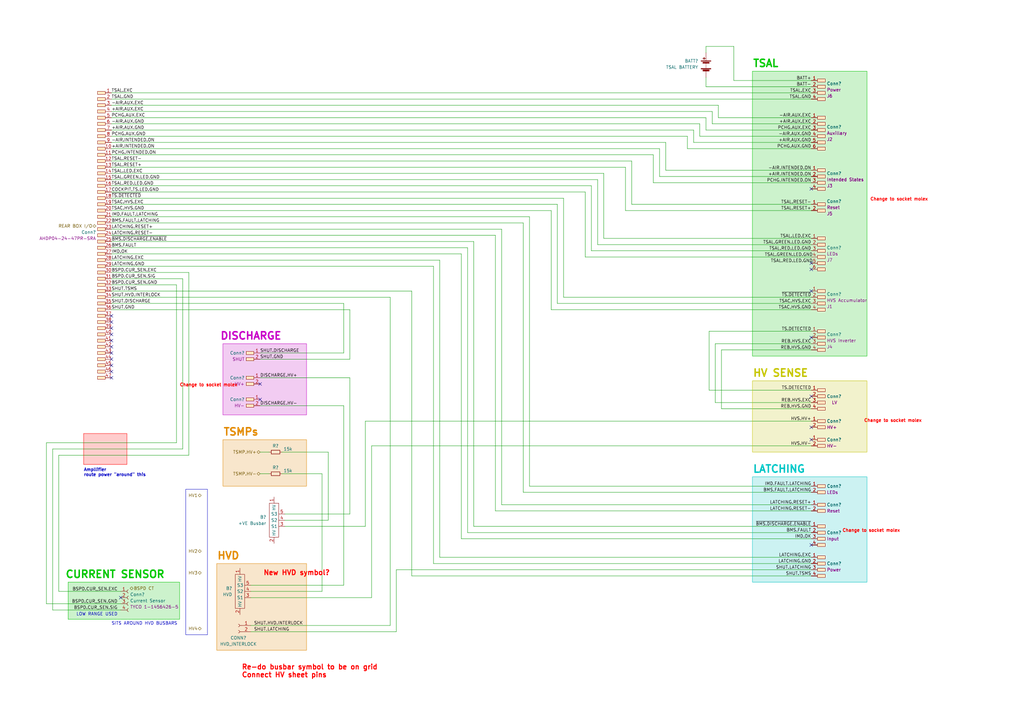
<source format=kicad_sch>
(kicad_sch (version 20230121) (generator eeschema)
  (paper "A3")
  (title_block (title "LOOM - REAR BOX"))
  (lib_symbols
    (symbol "Connector:Conn_01x02_Socket" (pin_names (offset 1.016) hide)
      (property "Reference" "J" (at 0 2.54 0))
      (property "Value" "Conn_01x02_Socket" (at 0 -5.08 0))
      (symbol "Conn_01x02_Socket_1_1"
        (arc (start 0 -2.032) (mid -0.5058 -2.54) (end 0 -3.048) (stroke (width 0.1524)))
        (polyline (pts (xy -1.27 -2.54) (xy -0.508 -2.54)) (stroke (width 0.1524)))
        (polyline (pts (xy -1.27 0) (xy -0.508 0)) (stroke (width 0.1524)))
        (arc (start 0 0.508) (mid -0.5058 0) (end 0 -0.508) (stroke (width 0.1524)))
        (pin passive line (at -5.08 0 0) (length 3.81) (name "Pin_1") (number "1"))
        (pin passive line (at -5.08 -2.54 0) (length 3.81) (name "Pin_2") (number "2"))
      )
    )
    (symbol "Connectors_SUFST:AMPHENOL-47P-Pannel"
      (property "Reference" "Conn" (at 0 -1.905 0))
      (property "P/N" "AHDP04-24-47PR-SRA" (at 0 0 0))
      (symbol "AMPHENOL-47P-Pannel_0_1"
        (polyline (pts (xy -0.635 -121.285) (xy 1.905 -121.285)))
        (polyline (pts (xy -0.635 -116.205) (xy 1.905 -116.205)))
        (polyline (pts (xy -0.635 -111.125) (xy 1.905 -111.125)))
        (polyline (pts (xy -0.635 -106.045) (xy 1.905 -106.045)))
        (polyline (pts (xy -0.635 -100.965) (xy 1.905 -100.965)))
        (polyline (pts (xy -0.635 -95.885) (xy 1.905 -95.885)))
        (polyline (pts (xy -0.635 -90.805) (xy 1.905 -90.805)))
        (polyline (pts (xy -0.635 -85.725) (xy 1.905 -85.725)))
        (polyline (pts (xy -0.635 -80.645) (xy 1.905 -80.645)))
        (polyline (pts (xy -0.635 -75.565) (xy 1.905 -75.565)))
        (polyline (pts (xy -0.635 -70.485) (xy 1.905 -70.485)))
        (polyline (pts (xy -0.635 -65.405) (xy 1.905 -65.405)))
        (polyline (pts (xy -0.635 -60.325) (xy 1.905 -60.325)))
        (polyline (pts (xy -0.635 -55.245) (xy 1.905 -55.245)))
        (polyline (pts (xy -0.635 -50.165) (xy 1.905 -50.165)))
        (polyline (pts (xy -0.635 -45.085) (xy 1.905 -45.085)))
        (polyline (pts (xy -0.635 -40.005) (xy 1.905 -40.005)))
        (polyline (pts (xy -0.635 -34.925) (xy 1.905 -34.925)))
        (polyline (pts (xy -0.635 -29.845) (xy 1.905 -29.845)))
        (polyline (pts (xy -0.635 -24.765) (xy 1.905 -24.765)))
        (polyline (pts (xy -0.635 -19.685) (xy 1.905 -19.685)))
        (polyline (pts (xy -0.635 -14.605) (xy 1.905 -14.605)))
        (polyline (pts (xy -0.635 -9.525) (xy 1.905 -9.525)))
        (polyline (pts (xy -0.635 -4.445) (xy 1.905 -4.445)))
      )
      (symbol "AMPHENOL-47P-Pannel_1_1"
        (rectangle (start -3.81 -120.65) (end -0.635 -121.92) (fill (type color) (color 255 229 191 1)))
        (rectangle (start -3.81 -118.11) (end -0.635 -119.38) (fill (type color) (color 255 229 191 1)))
        (rectangle (start -3.81 -115.57) (end -0.635 -116.84) (fill (type color) (color 255 229 191 1)))
        (rectangle (start -3.81 -113.03) (end -0.635 -114.3) (fill (type color) (color 255 229 191 1)))
        (rectangle (start -3.81 -110.49) (end -0.635 -111.76) (fill (type color) (color 255 229 191 1)))
        (rectangle (start -3.81 -107.95) (end -0.635 -109.22) (fill (type color) (color 255 229 191 1)))
        (rectangle (start -3.81 -105.41) (end -0.635 -106.68) (fill (type color) (color 255 229 191 1)))
        (rectangle (start -3.81 -102.87) (end -0.635 -104.14) (fill (type color) (color 255 229 191 1)))
        (rectangle (start -3.81 -100.33) (end -0.635 -101.6) (fill (type color) (color 255 229 191 1)))
        (rectangle (start -3.81 -97.79) (end -0.635 -99.06) (fill (type color) (color 255 229 191 1)))
        (rectangle (start -3.81 -95.25) (end -0.635 -96.52) (fill (type color) (color 255 229 191 1)))
        (rectangle (start -3.81 -92.71) (end -0.635 -93.98) (fill (type color) (color 255 229 191 1)))
        (rectangle (start -3.81 -90.17) (end -0.635 -91.44) (fill (type color) (color 255 229 191 1)))
        (rectangle (start -3.81 -87.63) (end -0.635 -88.9) (fill (type color) (color 255 229 191 1)))
        (rectangle (start -3.81 -85.09) (end -0.635 -86.36) (fill (type color) (color 255 229 191 1)))
        (rectangle (start -3.81 -82.55) (end -0.635 -83.82) (fill (type color) (color 255 229 191 1)))
        (rectangle (start -3.81 -80.01) (end -0.635 -81.28) (fill (type color) (color 255 229 191 1)))
        (rectangle (start -3.81 -77.47) (end -0.635 -78.74) (fill (type color) (color 255 229 191 1)))
        (rectangle (start -3.81 -74.93) (end -0.635 -76.2) (fill (type color) (color 255 229 191 1)))
        (rectangle (start -3.81 -72.39) (end -0.635 -73.66) (fill (type color) (color 255 229 191 1)))
        (rectangle (start -3.81 -69.85) (end -0.635 -71.12) (fill (type color) (color 255 229 191 1)))
        (rectangle (start -3.81 -67.31) (end -0.635 -68.58) (fill (type color) (color 255 229 191 1)))
        (rectangle (start -3.81 -64.77) (end -0.635 -66.04) (fill (type color) (color 255 229 191 1)))
        (rectangle (start -3.81 -62.23) (end -0.635 -63.5) (fill (type color) (color 255 229 191 1)))
        (rectangle (start -3.81 -59.69) (end -0.635 -60.96) (fill (type color) (color 255 229 191 1)))
        (rectangle (start -3.81 -57.15) (end -0.635 -58.42) (fill (type color) (color 255 229 191 1)))
        (rectangle (start -3.81 -54.61) (end -0.635 -55.88) (fill (type color) (color 255 229 191 1)))
        (rectangle (start -3.81 -52.07) (end -0.635 -53.34) (fill (type color) (color 255 229 191 1)))
        (rectangle (start -3.81 -49.53) (end -0.635 -50.8) (fill (type color) (color 255 229 191 1)))
        (rectangle (start -3.81 -46.99) (end -0.635 -48.26) (fill (type color) (color 255 229 191 1)))
        (rectangle (start -3.81 -44.45) (end -0.635 -45.72) (fill (type color) (color 255 229 191 1)))
        (rectangle (start -3.81 -41.91) (end -0.635 -43.18) (fill (type color) (color 255 229 191 1)))
        (rectangle (start -3.81 -39.37) (end -0.635 -40.64) (fill (type color) (color 255 229 191 1)))
        (rectangle (start -3.81 -36.83) (end -0.635 -38.1) (fill (type color) (color 255 229 191 1)))
        (rectangle (start -3.81 -34.29) (end -0.635 -35.56) (fill (type color) (color 255 229 191 1)))
        (rectangle (start -3.81 -31.75) (end -0.635 -33.02) (fill (type color) (color 255 229 191 1)))
        (rectangle (start -3.81 -29.21) (end -0.635 -30.48) (fill (type color) (color 255 229 191 1)))
        (rectangle (start -3.81 -26.67) (end -0.635 -27.94) (fill (type color) (color 255 229 191 1)))
        (rectangle (start -3.81 -24.13) (end -0.635 -25.4) (fill (type color) (color 255 229 191 1)))
        (rectangle (start -3.81 -21.59) (end -0.635 -22.86) (fill (type color) (color 255 229 191 1)))
        (rectangle (start -3.81 -19.05) (end -0.635 -20.32) (fill (type color) (color 255 229 191 1)))
        (rectangle (start -3.81 -16.51) (end -0.635 -17.78) (fill (type color) (color 255 229 191 1)))
        (rectangle (start -3.81 -13.97) (end -0.635 -15.24) (fill (type color) (color 255 229 191 1)))
        (rectangle (start -3.81 -11.43) (end -0.635 -12.7) (fill (type color) (color 255 229 191 1)))
        (rectangle (start -3.81 -8.89) (end -0.635 -10.16) (fill (type color) (color 255 229 191 1)))
        (rectangle (start -3.81 -6.35) (end -0.635 -7.62) (fill (type color) (color 255 229 191 1)))
        (rectangle (start -3.81 -3.81) (end -0.635 -5.08) (fill (type color) (color 255 229 191 1)))
        (pin input line (at 1.905 -4.445 180) (length 2.54) (name "") (number "1"))
        (pin input line (at 1.905 -27.305 180) (length 2.54) (name "") (number "10"))
        (pin input line (at 1.905 -29.845 180) (length 2.54) (name "") (number "11"))
        (pin input line (at 1.905 -32.385 180) (length 2.54) (name "") (number "12"))
        (pin input line (at 1.905 -34.925 180) (length 2.54) (name "") (number "13"))
        (pin input line (at 1.905 -37.465 180) (length 2.54) (name "") (number "14"))
        (pin input line (at 1.905 -40.005 180) (length 2.54) (name "") (number "15"))
        (pin input line (at 1.905 -42.545 180) (length 2.54) (name "") (number "16"))
        (pin input line (at 1.905 -45.085 180) (length 2.54) (name "") (number "17"))
        (pin input line (at 1.905 -47.625 180) (length 2.54) (name "") (number "18"))
        (pin input line (at 1.905 -50.165 180) (length 2.54) (name "") (number "19"))
        (pin input line (at 1.905 -6.985 180) (length 2.54) (name "") (number "2"))
        (pin input line (at 1.905 -52.705 180) (length 2.54) (name "") (number "20"))
        (pin input line (at 1.905 -55.245 180) (length 2.54) (name "") (number "21"))
        (pin input line (at 1.905 -57.785 180) (length 2.54) (name "") (number "22"))
        (pin input line (at 1.905 -60.325 180) (length 2.54) (name "") (number "23"))
        (pin input line (at 1.905 -62.865 180) (length 2.54) (name "") (number "24"))
        (pin input line (at 1.905 -65.405 180) (length 2.54) (name "") (number "25"))
        (pin input line (at 1.905 -67.945 180) (length 2.54) (name "") (number "26"))
        (pin input line (at 1.905 -70.485 180) (length 2.54) (name "") (number "27"))
        (pin input line (at 1.905 -73.025 180) (length 2.54) (name "") (number "28"))
        (pin input line (at 1.905 -75.565 180) (length 2.54) (name "") (number "29"))
        (pin input line (at 1.905 -9.525 180) (length 2.54) (name "") (number "3"))
        (pin input line (at 1.905 -78.105 180) (length 2.54) (name "") (number "30"))
        (pin input line (at 1.905 -80.645 180) (length 2.54) (name "") (number "31"))
        (pin input line (at 1.905 -83.185 180) (length 2.54) (name "") (number "32"))
        (pin input line (at 1.905 -85.725 180) (length 2.54) (name "") (number "33"))
        (pin input line (at 1.905 -88.265 180) (length 2.54) (name "") (number "34"))
        (pin input line (at 1.905 -90.805 180) (length 2.54) (name "") (number "35"))
        (pin input line (at 1.905 -93.345 180) (length 2.54) (name "") (number "36"))
        (pin input line (at 1.905 -95.885 180) (length 2.54) (name "") (number "37"))
        (pin input line (at 1.905 -98.425 180) (length 2.54) (name "") (number "38"))
        (pin input line (at 1.905 -100.965 180) (length 2.54) (name "") (number "39"))
        (pin input line (at 1.905 -12.065 180) (length 2.54) (name "") (number "4"))
        (pin input line (at 1.905 -103.505 180) (length 2.54) (name "") (number "40"))
        (pin input line (at 1.905 -106.045 180) (length 2.54) (name "") (number "41"))
        (pin input line (at 1.905 -108.585 180) (length 2.54) (name "") (number "42"))
        (pin input line (at 1.905 -111.125 180) (length 2.54) (name "") (number "43"))
        (pin input line (at 1.905 -113.665 180) (length 2.54) (name "") (number "44"))
        (pin input line (at 1.905 -116.205 180) (length 2.54) (name "") (number "45"))
        (pin input line (at 1.905 -118.745 180) (length 2.54) (name "") (number "46"))
        (pin input line (at 1.905 -121.285 180) (length 2.54) (name "") (number "47"))
        (pin input line (at 1.905 -14.605 180) (length 2.54) (name "") (number "5"))
        (pin input line (at 1.905 -17.145 180) (length 2.54) (name "") (number "6"))
        (pin input line (at 1.905 -19.685 180) (length 2.54) (name "") (number "7"))
        (pin input line (at 1.905 -22.225 180) (length 2.54) (name "") (number "8"))
        (pin input line (at 1.905 -24.765 180) (length 2.54) (name "") (number "9"))
      )
    )
    (symbol "Connectors_SUFST:Bus_Bar"
      (property "Reference" "B" (at 0 1.27 0))
      (symbol "Bus_Bar_0_1"
        (rectangle (start -6.985 -2.54) (end 6.985 -6.35))
      )
      (symbol "Bus_Bar_1_1"
        (pin input line (at 9.525 -4.445 180) (length 2.54) (name "HV") (number "1"))
        (pin input line (at -9.525 -4.445 0) (length 2.54) (name "HV") (number "2"))
        (pin input line (at -2.54 -8.89 90) (length 2.54) (name "S1") (number "3"))
        (pin input line (at 0 -8.89 90) (length 2.54) (name "S2") (number "4"))
        (pin input line (at 2.54 -8.89 90) (length 2.54) (name "S3") (number "5"))
      )
    )
    (symbol "Connectors_SUFST:Current Sensor Connector"
      (property "Reference" "Conn" (at -0.635 1.27 0))
      (property "P/N" "TYCO 1-1456426-5" (at 0 5.08 0))
      (symbol "Current Sensor Connector_0_1"
        (arc (start -2.5368 -7.6207) (mid -1.9833 -6.9863) (end -2.5355 -6.3507))
        (arc (start -2.5368 -2.5407) (mid -1.9833 -1.9063) (end -2.5355 -1.2707))
        (arc (start -2.4524 -10.1601) (mid -1.8989 -9.5257) (end -2.4511 -8.8901))
        (arc (start -2.4524 -5.0801) (mid -1.8989 -4.4457) (end -2.4511 -3.8101))
      )
      (symbol "Current Sensor Connector_1_1"
        (pin input line (at 0.635 -9.525 180) (length 2.54) (name "") (number "1"))
        (pin input line (at 0.635 -6.985 180) (length 2.54) (name "") (number "2"))
        (pin input line (at 0.635 -4.445 180) (length 2.54) (name "") (number "3"))
        (pin input line (at 0.635 -1.905 180) (length 2.54) (name "") (number "4"))
      )
    )
    (symbol "Connectors_SUFST:Molex_2x1P_Horizontal_THT"
      (property "Reference" "Conn" (at 0 -1.905 0))
      (symbol "Molex_2x1P_Horizontal_THT_0_1"
        (polyline (pts (xy -0.635 -4.445) (xy 1.905 -4.445)))
      )
      (symbol "Molex_2x1P_Horizontal_THT_1_1"
        (rectangle (start -3.81 -6.35) (end -0.635 -7.62) (fill (type color) (color 255 229 191 1)))
        (rectangle (start -3.81 -3.81) (end -0.635 -5.08) (fill (type color) (color 255 229 191 1)))
        (pin input line (at 1.905 -6.985 180) (length 2.54) (name "") (number "1"))
        (pin input line (at 1.905 -4.445 180) (length 2.54) (name "") (number "2"))
      )
    )
    (symbol "Connectors_SUFST:Molex_2x2P_Horizontal"
      (property "Reference" "Conn" (at 0 -1.905 0))
      (symbol "Molex_2x2P_Horizontal_0_1"
        (polyline (pts (xy -0.635 -9.525) (xy 1.905 -9.525)))
        (polyline (pts (xy -0.635 -4.445) (xy 1.905 -4.445)))
      )
      (symbol "Molex_2x2P_Horizontal_1_1"
        (rectangle (start -3.81 -11.43) (end -0.635 -12.7) (fill (type color) (color 255 229 191 1)))
        (rectangle (start -3.81 -8.89) (end -0.635 -10.16) (fill (type color) (color 255 229 191 1)))
        (rectangle (start -3.81 -6.35) (end -0.635 -7.62) (fill (type color) (color 255 229 191 1)))
        (rectangle (start -3.81 -3.81) (end -0.635 -5.08) (fill (type color) (color 255 229 191 1)))
        (pin input line (at 1.905 -12.065 180) (length 2.54) (name "") (number "1"))
        (pin input line (at 1.905 -9.525 180) (length 2.54) (name "") (number "2"))
        (pin input line (at 1.905 -6.985 180) (length 2.54) (name "") (number "3"))
        (pin input line (at 1.905 -4.445 180) (length 2.54) (name "") (number "4"))
      )
    )
    (symbol "Connectors_SUFST:Molex_6x1P_Horizontal_THT"
      (property "Reference" "Conn" (at 0 -1.905 0))
      (symbol "Molex_6x1P_Horizontal_THT_0_1"
        (polyline (pts (xy -0.635 -14.605) (xy 1.905 -14.605)))
        (polyline (pts (xy -0.635 -9.525) (xy 1.905 -9.525)))
        (polyline (pts (xy -0.635 -4.445) (xy 1.905 -4.445)))
      )
      (symbol "Molex_6x1P_Horizontal_THT_1_1"
        (rectangle (start -3.81 -16.51) (end -0.635 -17.78) (fill (type color) (color 255 229 191 1)))
        (rectangle (start -3.81 -13.97) (end -0.635 -15.24) (fill (type color) (color 255 229 191 1)))
        (rectangle (start -3.81 -11.43) (end -0.635 -12.7) (fill (type color) (color 255 229 191 1)))
        (rectangle (start -3.81 -8.89) (end -0.635 -10.16) (fill (type color) (color 255 229 191 1)))
        (rectangle (start -3.81 -6.35) (end -0.635 -7.62) (fill (type color) (color 255 229 191 1)))
        (rectangle (start -3.81 -3.81) (end -0.635 -5.08) (fill (type color) (color 255 229 191 1)))
        (pin input line (at 1.905 -4.445 180) (length 2.54) (name "") (number "1"))
        (pin input line (at 1.905 -6.985 180) (length 2.54) (name "") (number "2"))
        (pin input line (at 1.905 -9.525 180) (length 2.54) (name "") (number "3"))
        (pin input line (at 1.905 -12.065 180) (length 2.54) (name "") (number "4"))
        (pin input line (at 1.905 -14.605 180) (length 2.54) (name "") (number "5"))
        (pin input line (at 1.905 -17.145 180) (length 2.54) (name "") (number "6"))
      )
    )
    (symbol "Device:Battery" (pin_numbers hide) (pin_names (offset 0) hide)
      (property "Reference" "BT" (at 2.54 2.54 0))
      (property "Value" "Battery" (at 2.54 0 0))
      (symbol "Battery_0_1"
        (rectangle (start -2.032 -1.397) (end 2.032 -1.651) (fill (type outline)))
        (rectangle (start -2.032 1.778) (end 2.032 1.524) (fill (type outline)))
        (rectangle (start -1.3208 -1.9812) (end 1.27 -2.4892) (fill (type outline)))
        (rectangle (start -1.3208 1.1938) (end 1.27 0.6858) (fill (type outline)))
        (polyline (pts (xy 0 -1.524) (xy 0 -1.27)))
        (polyline (pts (xy 0 -1.016) (xy 0 -0.762)))
        (polyline (pts (xy 0 -0.508) (xy 0 -0.254)))
        (polyline (pts (xy 0 0) (xy 0 0.254)))
        (polyline (pts (xy 0 0.508) (xy 0 0.762)))
        (polyline (pts (xy 0 1.778) (xy 0 2.54)))
        (polyline (pts (xy 0.254 2.667) (xy 1.27 2.667)) (stroke (width 0.254)))
        (polyline (pts (xy 0.762 3.175) (xy 0.762 2.159)) (stroke (width 0.254)))
      )
      (symbol "Battery_1_1"
        (pin passive line (at 0 5.08 270) (length 2.54) (name "+") (number "1"))
        (pin passive line (at 0 -5.08 90) (length 2.54) (name "-") (number "2"))
      )
    )
    (symbol "Device:R_Small" (pin_numbers hide) (pin_names (offset 0.254) hide)
      (property "Reference" "R" (at 0.762 0.508 0))
      (property "Value" "R_Small" (at 0.762 -1.016 0))
      (symbol "R_Small_0_1"
        (rectangle (start -0.762 1.778) (end 0.762 -1.778) (stroke (width 0.2032)))
      )
      (symbol "R_Small_1_1"
        (pin passive line (at 0 2.54 270) (length 0.762) (name "~") (number "1"))
        (pin passive line (at 0 -2.54 90) (length 0.762) (name "~") (number "2"))
      )
    )
    (symbol "Molex_2x2P_Horizontal_1"
      (property "Reference" "Conn" (at 0 -1.905 0))
      (symbol "Molex_2x2P_Horizontal_1_0_1"
        (polyline (pts (xy -0.635 -9.525) (xy 1.905 -9.525)))
        (polyline (pts (xy -0.635 -4.445) (xy 1.905 -4.445)))
      )
      (symbol "Molex_2x2P_Horizontal_1_1_1"
        (rectangle (start -3.81 -11.43) (end -0.635 -12.7) (fill (type color) (color 255 229 191 1)))
        (rectangle (start -3.81 -8.89) (end -0.635 -10.16) (fill (type color) (color 255 229 191 1)))
        (rectangle (start -3.81 -6.35) (end -0.635 -7.62) (fill (type color) (color 255 229 191 1)))
        (rectangle (start -3.81 -3.81) (end -0.635 -5.08) (fill (type color) (color 255 229 191 1)))
        (pin input line (at 1.905 -12.065 180) (length 2.54) (name "") (number "1"))
        (pin input line (at 1.905 -9.525 180) (length 2.54) (name "") (number "2"))
        (pin input line (at 1.905 -6.985 180) (length 2.54) (name "") (number "3"))
        (pin input line (at 1.905 -4.445 180) (length 2.54) (name "") (number "4"))
      )
    )
  )
  (no_connect (at 45.72 134.62))
  (no_connect (at 45.72 142.24))
  (no_connect (at 332.74 175.26))
  (no_connect (at 45.72 144.78))
  (no_connect (at 332.74 77.47))
  (no_connect (at 332.74 107.95))
  (no_connect (at 332.74 162.56))
  (no_connect (at 332.74 110.49))
  (no_connect (at 332.74 119.38))
  (no_connect (at 106.68 163.83))
  (no_connect (at 49.53 245.11))
  (no_connect (at 45.72 147.32))
  (no_connect (at 45.72 129.54))
  (no_connect (at 332.74 223.52))
  (no_connect (at 45.72 137.16))
  (no_connect (at 106.68 157.48))
  (no_connect (at 332.74 138.43))
  (no_connect (at 45.72 149.86))
  (no_connect (at 45.72 132.08))
  (no_connect (at 45.72 154.94))
  (no_connect (at 332.74 180.34))
  (no_connect (at 45.72 152.4))
  (no_connect (at 45.72 139.7))
  (wire (pts (xy 281.94 60.96) (xy 332.74 60.96)))
  (wire (pts (xy 194.31 99.06) (xy 194.31 215.9)))
  (wire (pts (xy 245.11 100.33) (xy 332.74 100.33)))
  (wire (pts (xy 284.48 53.34) (xy 284.48 58.42)))
  (wire (pts (xy 228.6 124.46) (xy 332.74 124.46)))
  (wire (pts (xy 45.72 58.42) (xy 273.05 58.42)))
  (wire (pts (xy 45.72 106.68) (xy 180.34 106.68)))
  (wire (pts (xy 45.72 55.88) (xy 281.94 55.88)))
  (wire (pts (xy 45.72 48.26) (xy 289.56 48.26)))
  (wire (pts (xy 24.13 186.69) (xy 77.47 186.69)))
  (wire (pts (xy 245.11 73.66) (xy 245.11 100.33)))
  (wire (pts (xy 106.68 154.94) (xy 143.51 154.94)))
  (wire (pts (xy 77.47 111.76) (xy 45.72 111.76)))
  (wire (pts (xy 293.37 165.1) (xy 293.37 140.97)))
  (wire (pts (xy 45.72 78.74) (xy 240.03 78.74)))
  (wire (pts (xy 140.97 144.78) (xy 140.97 124.46)))
  (wire (pts (xy 134.62 185.42) (xy 134.62 213.36)))
  (wire (pts (xy 45.72 124.46) (xy 140.97 124.46)))
  (wire (pts (xy 72.39 181.61) (xy 72.39 116.84)))
  (wire (pts (xy 203.2 96.52) (xy 203.2 209.55)))
  (wire (pts (xy 45.72 50.8) (xy 287.02 50.8)))
  (wire (pts (xy 292.1 45.72) (xy 292.1 50.8)))
  (wire (pts (xy 49.53 247.65) (xy 19.05 247.65)))
  (wire (pts (xy 102.87 256.54) (xy 160.02 256.54)))
  (wire (pts (xy 45.72 38.1) (xy 332.74 38.1)))
  (wire (pts (xy 106.68 147.32) (xy 143.51 147.32)))
  (wire (pts (xy 45.72 96.52) (xy 203.2 96.52)))
  (wire (pts (xy 45.72 45.72) (xy 292.1 45.72)))
  (wire (pts (xy 267.97 74.93) (xy 332.74 74.93)))
  (wire (pts (xy 189.23 104.14) (xy 189.23 220.98)))
  (wire (pts (xy 19.05 181.61) (xy 72.39 181.61)))
  (wire (pts (xy 259.08 66.04) (xy 259.08 83.82)))
  (wire (pts (xy 143.51 127) (xy 143.51 147.32)))
  (wire (pts (xy 21.59 250.19) (xy 49.53 250.19)))
  (wire (pts (xy 45.72 93.98) (xy 205.74 93.98)))
  (wire (pts (xy 134.62 213.36) (xy 116.84 213.36)))
  (wire (pts (xy 247.65 71.12) (xy 247.65 97.79)))
  (wire (pts (xy 152.4 182.88) (xy 152.4 245.11)))
  (wire (pts (xy 228.6 83.82) (xy 228.6 124.46)))
  (wire (pts (xy 293.37 140.97) (xy 332.74 140.97)))
  (wire (pts (xy 72.39 116.84) (xy 45.72 116.84)))
  (wire (pts (xy 77.47 186.69) (xy 77.47 111.76)))
  (wire (pts (xy 332.74 167.64) (xy 295.91 167.64)))
  (wire (pts (xy 214.63 201.93) (xy 332.74 201.93)))
  (wire (pts (xy 287.02 50.8) (xy 287.02 55.88)))
  (wire (pts (xy 242.57 102.87) (xy 332.74 102.87)))
  (wire (pts (xy 168.91 119.38) (xy 168.91 236.22)))
  (wire (pts (xy 74.93 114.3) (xy 74.93 184.15)))
  (wire (pts (xy 45.72 86.36) (xy 226.06 86.36)))
  (wire (pts (xy 290.83 160.02) (xy 290.83 135.89)))
  (wire (pts (xy 289.56 35.56) (xy 332.74 35.56)))
  (wire (pts (xy 273.05 58.42) (xy 273.05 69.85)))
  (wire (pts (xy 332.74 182.88) (xy 152.4 182.88)))
  (wire (pts (xy 102.87 259.08) (xy 162.56 259.08)))
  (wire (pts (xy 194.31 215.9) (xy 332.74 215.9)))
  (wire (pts (xy 191.77 218.44) (xy 332.74 218.44)))
  (wire (pts (xy 294.64 48.26) (xy 332.74 48.26)))
  (wire (pts (xy 45.72 76.2) (xy 242.57 76.2)))
  (wire (pts (xy 226.06 127) (xy 332.74 127)))
  (wire (pts (xy 45.72 40.64) (xy 332.74 40.64)))
  (wire (pts (xy 24.13 242.57) (xy 24.13 186.69)))
  (wire (pts (xy 270.51 72.39) (xy 332.74 72.39)))
  (wire (pts (xy 45.72 114.3) (xy 74.93 114.3)))
  (wire (pts (xy 160.02 121.92) (xy 160.02 256.54)))
  (wire (pts (xy 19.05 247.65) (xy 19.05 181.61)))
  (wire (pts (xy 106.68 185.42) (xy 110.49 185.42)))
  (wire (pts (xy 45.72 101.6) (xy 191.77 101.6)))
  (wire (pts (xy 45.72 66.04) (xy 259.08 66.04)))
  (wire (pts (xy 273.05 69.85) (xy 332.74 69.85)))
  (wire (pts (xy 256.54 68.58) (xy 256.54 86.36)))
  (wire (pts (xy 162.56 233.68) (xy 162.56 259.08)))
  (wire (pts (xy 45.72 63.5) (xy 267.97 63.5)))
  (wire (pts (xy 214.63 91.44) (xy 214.63 201.93)))
  (wire (pts (xy 332.74 160.02) (xy 290.83 160.02)))
  (wire (pts (xy 45.72 88.9) (xy 217.17 88.9)))
  (wire (pts (xy 332.74 172.72) (xy 149.86 172.72)))
  (wire (pts (xy 267.97 63.5) (xy 267.97 74.93)))
  (wire (pts (xy 177.8 109.22) (xy 177.8 231.14)))
  (wire (pts (xy 259.08 83.82) (xy 332.74 83.82)))
  (wire (pts (xy 106.68 144.78) (xy 140.97 144.78)))
  (wire (pts (xy 45.72 43.18) (xy 294.64 43.18)))
  (wire (pts (xy 332.74 165.1) (xy 293.37 165.1)))
  (wire (pts (xy 284.48 58.42) (xy 332.74 58.42)))
  (wire (pts (xy 102.87 240.03) (xy 140.97 240.03)))
  (wire (pts (xy 240.03 78.74) (xy 240.03 105.41)))
  (wire (pts (xy 295.91 167.64) (xy 295.91 143.51)))
  (wire (pts (xy 289.56 19.05) (xy 289.56 21.59)))
  (wire (pts (xy 191.77 101.6) (xy 191.77 218.44)))
  (wire (pts (xy 45.72 91.44) (xy 214.63 91.44)))
  (wire (pts (xy 45.72 73.66) (xy 245.11 73.66)))
  (wire (pts (xy 217.17 199.39) (xy 332.74 199.39)))
  (wire (pts (xy 217.17 88.9) (xy 217.17 199.39)))
  (wire (pts (xy 45.72 119.38) (xy 168.91 119.38)))
  (wire (pts (xy 287.02 55.88) (xy 332.74 55.88)))
  (wire (pts (xy 45.72 60.96) (xy 270.51 60.96)))
  (wire (pts (xy 132.08 242.57) (xy 132.08 194.31)))
  (wire (pts (xy 45.72 68.58) (xy 256.54 68.58)))
  (wire (pts (xy 281.94 55.88) (xy 281.94 60.96)))
  (wire (pts (xy 294.64 43.18) (xy 294.64 48.26)))
  (wire (pts (xy 162.56 233.68) (xy 332.74 233.68)))
  (wire (pts (xy 292.1 50.8) (xy 332.74 50.8)))
  (wire (pts (xy 226.06 86.36) (xy 226.06 127)))
  (wire (pts (xy 205.74 93.98) (xy 205.74 207.01)))
  (wire (pts (xy 45.72 121.92) (xy 160.02 121.92)))
  (wire (pts (xy 132.08 194.31) (xy 115.57 194.31)))
  (wire (pts (xy 180.34 228.6) (xy 332.74 228.6)))
  (wire (pts (xy 149.86 172.72) (xy 149.86 215.9)))
  (wire (pts (xy 45.72 71.12) (xy 247.65 71.12)))
  (wire (pts (xy 45.72 109.22) (xy 177.8 109.22)))
  (wire (pts (xy 45.72 127) (xy 143.51 127)))
  (wire (pts (xy 115.57 185.42) (xy 134.62 185.42)))
  (wire (pts (xy 256.54 86.36) (xy 332.74 86.36)))
  (wire (pts (xy 240.03 105.41) (xy 332.74 105.41)))
  (wire (pts (xy 143.51 210.82) (xy 143.51 154.94)))
  (wire (pts (xy 177.8 231.14) (xy 332.74 231.14)))
  (wire (pts (xy 231.14 81.28) (xy 231.14 121.92)))
  (wire (pts (xy 231.14 121.92) (xy 332.74 121.92)))
  (wire (pts (xy 168.91 236.22) (xy 332.74 236.22)))
  (wire (pts (xy 203.2 209.55) (xy 332.74 209.55)))
  (wire (pts (xy 289.56 31.75) (xy 289.56 35.56)))
  (wire (pts (xy 205.74 207.01) (xy 332.74 207.01)))
  (wire (pts (xy 270.51 60.96) (xy 270.51 72.39)))
  (wire (pts (xy 289.56 48.26) (xy 289.56 53.34)))
  (wire (pts (xy 152.4 245.11) (xy 102.87 245.11)))
  (wire (pts (xy 45.72 83.82) (xy 228.6 83.82)))
  (wire (pts (xy 140.97 240.03) (xy 140.97 166.37)))
  (wire (pts (xy 106.68 194.31) (xy 110.49 194.31)))
  (wire (pts (xy 332.74 143.51) (xy 295.91 143.51)))
  (wire (pts (xy 332.74 33.02) (xy 300.99 33.02)))
  (wire (pts (xy 49.53 242.57) (xy 24.13 242.57)))
  (wire (pts (xy 45.72 104.14) (xy 189.23 104.14)))
  (wire (pts (xy 45.72 53.34) (xy 284.48 53.34)))
  (wire (pts (xy 300.99 19.05) (xy 289.56 19.05)))
  (wire (pts (xy 149.86 215.9) (xy 116.84 215.9)))
  (wire (pts (xy 140.97 166.37) (xy 106.68 166.37)))
  (wire (pts (xy 289.56 53.34) (xy 332.74 53.34)))
  (wire (pts (xy 45.72 99.06) (xy 194.31 99.06)))
  (wire (pts (xy 74.93 184.15) (xy 21.59 184.15)))
  (wire (pts (xy 180.34 106.68) (xy 180.34 228.6)))
  (wire (pts (xy 45.72 81.28) (xy 231.14 81.28)))
  (wire (pts (xy 21.59 184.15) (xy 21.59 250.19)))
  (wire (pts (xy 290.83 135.89) (xy 332.74 135.89)))
  (wire (pts (xy 189.23 220.98) (xy 332.74 220.98)))
  (wire (pts (xy 116.84 210.82) (xy 143.51 210.82)))
  (wire (pts (xy 300.99 33.02) (xy 300.99 19.05)))
  (wire (pts (xy 247.65 97.79) (xy 332.74 97.79)))
  (wire (pts (xy 102.87 242.57) (xy 132.08 242.57)))
  (wire (pts (xy 242.57 76.2) (xy 242.57 102.87)))
  (rectangle (start 308.61 156.21) (end 355.6 185.42) (stroke (width 0) (color 194 194 0 1)) (fill (type color) (color 194 194 0 0.2)))
  (rectangle (start 91.44 140.97) (end 125.73 170.18) (stroke (width 0) (color 194 0 194 1)) (fill (type color) (color 194 0 194 0.2)))
  (rectangle (start 34.29 177.8) (end 52.07 190.5) (stroke (width 0) (color 255 0 0 1)) (fill (type color) (color 255 0 0 0.2)))
  (rectangle (start 91.44 180.34) (end 125.73 199.39) (stroke (width 0) (color 221 133 0 1)) (fill (type color) (color 221 133 0 0.2)))
  (rectangle (start 76.2 200.66) (end 85.09 260.35))
  (rectangle (start 308.61 29.21) (end 355.6 146.05) (stroke (width 0) (color 0 194 0 1)) (fill (type color) (color 0 194 0 0.2)))
  (rectangle (start 308.61 195.58) (end 355.6 238.76) (stroke (width 0) (color 0 194 194 1)) (fill (type color) (color 0 194 194 0.2)))
  (rectangle (start 88.9 231.14) (end 125.73 266.7) (stroke (width 0) (color 221 133 0 1)) (fill (type color) (color 221 133 0 0.2)))
  (rectangle (start 27.94 238.76) (end 73.66 254) (stroke (width 0) (color 0 194 0 1)) (fill (type color) (color 0 194 0 0.2)))
  (text "Change to socket molex" (at 356.87 82.55 0) (effects (font (size 1.27 1.27) bold) (justify left bottom)))
  (text "Change to socket molex" (at 354.33 173.355 0) (effects (font (size 1.27 1.27) bold) (justify left bottom)))
  (text "LATCHING" (at 308.61 194.31 0) (effects (font (size 3 3) (thickness 0.6) bold) (justify left bottom)))
  (text "TSMPs" (at 91.44 179.07 0) (effects (font (size 3 3) (thickness 0.6) bold) (justify left bottom)))
  (text "LOW RANGE USED" (at 48.26 252.73 0) (effects (font (size 1.27 1.27)) (justify right bottom)))
  (text "TSAL" (at 308.61 27.94 0) (effects (font (size 3 3) (thickness 0.6) bold) (justify left bottom)))
  (text "DISCHARGE" (at 90.17 139.7 0) (effects (font (size 3 3) (thickness 0.6) bold) (justify left bottom)))
  (text "Change to socket molex" (at 73.66 158.75 0) (effects (font (size 1.27 1.27) bold) (justify left bottom)))
  (text "Re-do busbar symbol to be on grid\nConnect HV sheet pins" (at 99.06 278.13 0) (effects (font (size 2 2) (thickness 0.4) bold) (justify left bottom)))
  (text "SITS AROUND HVD BUSBARS" (at 45.72 256.54 0) (effects (font (size 1.27 1.27)) (justify left bottom)))
  (text "Ampllifier\nroute power \"around\" this" (at 34.29 195.58 0) (effects (font (size 1.27 1.27) bold) (justify left bottom)))
  (text "Change to socket molex" (at 345.44 218.44 0) (effects (font (size 1.27 1.27) bold) (justify left bottom)))
  (text "CURRENT SENSOR" (at 26.67 237.49 0) (effects (font (size 3 3) (thickness 0.6) bold) (justify left bottom)))
  (text "HVD" (at 88.9 229.87 0) (effects (font (size 3 3) (thickness 0.6) bold) (justify left bottom)))
  (text "New HVD symbol?" (at 107.95 236.22 0) (effects (font (size 2 2) (thickness 0.4) bold) (justify left bottom)))
  (text "HV SENSE" (at 308.61 154.94 0) (effects (font (size 3 3) (thickness 0.6) bold) (justify left bottom)))
  (label "LATCHING.RESET+" (at 45.72 93.98 0))
  (label "IMD.FAULT.LATCHING" (at 332.74 199.39 180))
  (label "TSAC.HVS.GND" (at 45.72 86.36 0))
  (label "BMS.FAULT.LATCHING" (at 45.72 91.44 0))
  (label "+AIR.AUX.GND" (at 332.74 58.42 180))
  (label "PCHG.AUX.EXC" (at 332.74 53.34 180))
  (label "LATCHING.RESET-" (at 332.74 209.55 180))
  (label "+AIR.INTENDED.ON" (at 332.74 72.39 180))
  (label "PCHG.AUX.GND" (at 332.74 60.96 180))
  (label "DISCHARGE.HV-" (at 106.68 166.37 0))
  (label "HVS.HV+" (at 332.74 172.72 180))
  (label "LATCHING.EXC" (at 45.72 106.68 0))
  (label "TSAL.RESET+" (at 332.74 86.36 180))
  (label "BMS.FAULT" (at 332.74 218.44 180))
  (label "SHUT.LATCHING" (at 332.74 233.68 180))
  (label "TSAL.GREEN.LED.GND" (at 45.72 73.66 0))
  (label "REB.HVS.EXC" (at 332.74 165.1 180))
  (label "BATT-" (at 332.74 35.56 180))
  (label "SHUT.DISCHARGE" (at 45.72 124.46 0))
  (label "BSPD.CUR_SEN.GND" (at 45.72 116.84 0))
  (label "TS.DETECTED" (at 332.74 135.89 180))
  (label "BSPD.CUR_SEN.GND" (at 48.26 247.65 180))
  (label "LATCHING.GND" (at 45.72 109.22 0))
  (label "TSAL.RED.LED.GND" (at 332.74 102.87 180))
  (label "-AIR.INTENDED.ON" (at 45.72 58.42 0))
  (label "LATCHING.RESET-" (at 45.72 96.52 0))
  (label "IMD.OK" (at 45.72 104.14 0))
  (label "BSPD.CUR_SEN.SIG" (at 45.72 114.3 0))
  (label "COCKPIT.TS.LED.GND" (at 45.72 78.74 0))
  (label "-AIR.AUX.GND" (at 45.72 50.8 0))
  (label "+AIR.AUX.EXC" (at 45.72 45.72 0))
  (label "TSAL.EXC" (at 332.74 38.1 180))
  (label "~{TS.DETECTED}" (at 45.72 81.28 0))
  (label "BMS.FAULT.LATCHING" (at 332.74 201.93 180))
  (label "TSAL.RESET+" (at 45.72 68.58 0))
  (label "HVS.HV-" (at 332.74 182.88 180))
  (label "SHUT.GND" (at 45.72 127 0))
  (label "BATT+" (at 332.74 33.02 180))
  (label "SHUT.TSMS" (at 45.72 119.38 0))
  (label "-AIR.AUX.GND" (at 332.74 55.88 180))
  (label "TSAL.RESET-" (at 45.72 66.04 0))
  (label "PCHG.INTENDED.ON" (at 45.72 63.5 0))
  (label "BMS.FAULT" (at 45.72 101.6 0))
  (label "TSAL.GND" (at 45.72 40.64 0))
  (label "IMD.OK" (at 332.74 220.98 180))
  (label "~{TS.DETECTED}" (at 332.74 121.92 180))
  (label "-AIR.INTENDED.ON" (at 332.74 69.85 180))
  (label "TSAL.RESET-" (at 332.74 83.82 180))
  (label "PCHG.AUX.GND" (at 45.72 55.88 0))
  (label "-AIR.AUX.EXC" (at 45.72 43.18 0))
  (label "REB.HVS.EXC" (at 332.74 140.97 180))
  (label "LATCHING.RESET+" (at 332.74 207.01 180))
  (label "~{BMS.DISCHARGE.ENABLE}" (at 45.72 99.06 0))
  (label "PCHG.INTENDED.ON" (at 332.74 74.93 180))
  (label "LATCHING.GND" (at 332.74 231.14 180))
  (label "PCHG.AUX.EXC" (at 45.72 48.26 0))
  (label "~{BMS.DISCHARGE.ENABLE}" (at 332.74 215.9 180))
  (label "SHUT.DISCHARGE" (at 106.68 144.78 0))
  (label "DISCHARGE.HV+" (at 106.68 154.94 0))
  (label "TSAL.RED.LED.GND" (at 45.72 76.2 0))
  (label "SHUT.GND" (at 106.68 147.32 0))
  (label "IMD.FAULT.LATCHING" (at 45.72 88.9 0))
  (label "TSAL.LED.EXC" (at 332.74 97.79 180))
  (label "SHUT.HVD.INTERLOCK" (at 45.72 121.92 0))
  (label "BSPD.CUR_SEN.EXC" (at 48.26 242.57 180))
  (label "+AIR.AUX.EXC" (at 332.74 50.8 180))
  (label "TSAL.GND" (at 332.74 40.64 180))
  (label "+AIR.INTENDED.ON" (at 45.72 60.96 0))
  (label "BSPD.CUR_SEN.SIG" (at 48.26 250.19 180))
  (label "-AIR.AUX.EXC" (at 332.74 48.26 180))
  (label "TSAL.GREEN.LED.GND" (at 333.375 105.41 180))
  (label "TSAC.HVS.GND" (at 332.74 127 180))
  (label "SHUT.LATCHING" (at 104.14 259.08 0))
  (label "SHUT.HVD.INTERLOCK" (at 104.14 256.54 0))
  (label "REB.HVS.GND" (at 332.74 143.51 180))
  (label "BSPD.CUR_SEN.EXC" (at 45.72 111.76 0))
  (label "+AIR.AUX.GND" (at 45.72 53.34 0))
  (label "TSAL.LED.EXC" (at 45.72 71.12 0))
  (label "LATCHING.EXC" (at 332.74 228.6 180))
  (label "TS.DETECTED" (at 332.74 160.02 180))
  (label "SHUT.TSMS" (at 332.74 236.22 180))
  (label "TSAC.HVS.EXC" (at 332.74 124.46 180))
  (label "REB.HVS.GND" (at 332.74 167.64 180))
  (label "TSAL.RED.LED.GND" (at 333.375 107.95 180))
  (label "TSAC.HVS.EXC" (at 45.72 83.82 0))
  (label "TSAL.GREEN.LED.GND" (at 332.74 100.33 180))
  (label "TSAL.EXC" (at 45.72 38.1 0))
  (hierarchical_label "HV3" (shape bidirectional) (at 82.55 234.95 180))
  (hierarchical_label "TSMP.HV+" (shape bidirectional) (at 106.68 185.42 180))
  (hierarchical_label "HV4" (shape bidirectional) (at 82.55 257.81 180))
  (hierarchical_label "HV1" (shape bidirectional) (at 82.55 203.2 180))
  (hierarchical_label "TSMP.HV-" (shape bidirectional) (at 106.68 194.31 180))
  (hierarchical_label "REAR BOX I{slash}O" (shape bidirectional) (at 39.37 92.71 180))
  (hierarchical_label "HV2" (shape bidirectional) (at 82.55 226.06 180))
  (hierarchical_label "BSPD CT" (shape bidirectional) (at 53.34 241.3 0))
  (symbol (lib_id "Connectors_SUFST:Molex_2x1P_Horizontal_THT") (at 334.645 206.375 180) (unit 1)
    (property "Reference" "Conn?" (at 339.09 199.39 0) (effects (justify right)))
    (property "Value" "Molex_2x1P_Horizontal_THT" (effects hide))
    (property "P/N" "43650-0200" (effects hide))
    (property "Name" "LEDs" (at 339.09 201.93 0) (effects (justify right)))
  )
  (symbol (lib_name "Molex_2x2P_Horizontal_1") (lib_id "Connectors_SUFST:Molex_2x2P_Horizontal") (at 334.645 172.085 180) (unit 1)
    (property "Reference" "Conn?" (at 339.09 162.56 0) (effects (justify right)))
    (property "P/N" "43045-0400" (effects hide))
    (property "Name" "LV" (at 342.265 165.1 0))
  )
  (symbol (lib_id "Connectors_SUFST:AMPHENOL-47P-Pannel") (at 43.815 33.655 0) (unit 1)
    (property "Reference" "Conn?" (at 39.37 95.25 0) (effects (justify right)))
    (property "Value" "AMPHENOL-47P-Pannel" (effects hide))
    (property "P/N" "AHDP04-24-47PR-SRA" (at 39.37 97.79 0) (effects (justify right)))
  )
  (symbol (lib_id "Connectors_SUFST:Molex_2x1P_Horizontal_THT") (at 104.775 151.765 0) (mirror x) (unit 1)
    (property "Reference" "Conn?" (at 100.33 144.78 0) (effects (justify right)))
    (property "Value" "Molex_2x1P_Horizontal_THT" (effects hide))
    (property "P/N" "43650-0200" (effects hide))
    (property "Name" "SHUT" (at 100.33 147.32 0) (effects (justify right)))
  )
  (symbol (lib_id "Connectors_SUFST:Molex_2x1P_Horizontal_THT") (at 334.645 213.995 180) (unit 1)
    (property "Reference" "Conn?" (at 339.09 207.01 0) (effects (justify right)))
    (property "Value" "Molex_2x1P_Horizontal_THT" (effects hide))
    (property "P/N" "43650-0200" (effects hide))
    (property "Name" "Reset" (at 339.09 209.55 0) (effects (justify right)))
  )
  (symbol (lib_id "Connectors_SUFST:Molex_2x2P_Horizontal") (at 334.645 147.955 180) (unit 1)
    (property "Reference" "Conn?" (at 339.09 137.16 0) (effects (justify right)))
    (property "Value" "Molex_2x2P_Horizontal" (effects hide))
    (property "P/N" "43045-0400" (effects hide))
    (property "Name" "HVS Inverter" (at 339.09 139.7 0) (effects (justify right)))
    (property "Conn Name" "J4" (at 339.09 142.24 0) (effects (justify right)))
  )
  (symbol (lib_id "Connectors_SUFST:Molex_2x1P_Horizontal_THT") (at 104.775 161.925 0) (mirror x) (unit 1)
    (property "Reference" "Conn?" (at 100.33 154.94 0) (effects (justify right)))
    (property "Value" "Molex_2x1P_Horizontal_THT" (effects hide))
    (property "P/N" "43650-0200" (effects hide))
    (property "Name" "HV+" (at 100.33 157.48 0) (effects (justify right)))
  )
  (symbol (lib_id "Connectors_SUFST:Molex_6x1P_Horizontal_THT") (at 334.645 43.815 0) (mirror y) (unit 1)
    (property "Reference" "Conn?" (at 339.09 52.07 0) (effects (justify right)))
    (property "Value" "Molex_6x1P_Horizontal_THT" (effects hide))
    (property "P/N" "43650-0600" (effects hide))
    (property "Name" "Auxillary" (at 339.09 54.61 0) (effects (justify right)))
    (property "Conn Name" "J2" (at 339.09 57.15 0) (effects (justify right)))
  )
  (symbol (lib_id "Connectors_SUFST:Molex_2x1P_Horizontal_THT") (at 104.775 170.815 0) (mirror x) (unit 1)
    (property "Reference" "Conn?" (at 100.33 163.83 0) (effects (justify right)))
    (property "Value" "Molex_2x1P_Horizontal_THT" (effects hide))
    (property "P/N" "43650-0200" (effects hide))
    (property "Name" "HV-" (at 100.33 166.37 0) (effects (justify right)))
  )
  (symbol (lib_id "Device:R_Small") (at 113.03 185.42 90) (unit 1)
    (property "Reference" "R?" (at 113.03 182.88 90))
    (property "Value" "15k" (at 118.11 184.15 90))
  )
  (symbol (lib_id "Connectors_SUFST:Molex_6x1P_Horizontal_THT") (at 334.645 93.345 0) (mirror y) (unit 1)
    (property "Reference" "Conn?" (at 339.09 101.6 0) (effects (justify right)))
    (property "Value" "Molex_6x1P_Horizontal_THT" (effects hide))
    (property "P/N" "43650-0600" (effects hide))
    (property "Name" "LEDs" (at 339.09 104.14 0) (effects (justify right)))
    (property "Conn Name" "J7" (at 339.09 106.68 0) (effects (justify right)))
  )
  (symbol (lib_id "Connectors_SUFST:Bus_Bar") (at 107.95 213.36 90) (unit 1)
    (property "Reference" "B?" (at 109.22 212.09 90) (effects (justify left)))
    (property "Value" "+VE Busbar" (at 109.22 214.63 90) (effects (justify left)))
  )
  (symbol (lib_id "Connectors_SUFST:Current Sensor Connector") (at 50.165 252.095 180) (unit 1)
    (property "Reference" "Conn?" (at 53.34 243.8396 0) (effects (justify right)))
    (property "Value" "Current Sensor" (at 53.34 246.3796 0) (effects (justify right)))
    (property "P/N" "TYCO 1-1456426-5" (at 53.34 248.9196 0) (effects (justify right)))
  )
  (symbol (lib_id "Connector:Conn_01x02_Socket") (at 97.79 256.54 0) (mirror y) (unit 1)
    (property "Reference" "CONN?" (at 97.79 261.62 0))
    (property "Value" "HVD_INTERLOCK" (at 97.79 264.16 0))
  )
  (symbol (lib_id "Device:R_Small") (at 113.03 194.31 90) (unit 1)
    (property "Reference" "R?" (at 113.03 191.77 90))
    (property "Value" "15k" (at 118.11 193.04 90))
  )
  (symbol (lib_id "Device:Battery") (at 289.56 26.67 0) (mirror y) (unit 1)
    (property "Reference" "BATT?" (at 286.385 25.019 0) (effects (justify left)))
    (property "Value" "TSAL BATTERY" (at 286.385 27.559 0) (effects (justify left)))
  )
  (symbol (lib_id "Connectors_SUFST:Bus_Bar") (at 93.98 242.57 90) (unit 1)
    (property "Reference" "B?" (at 95.25 241.3 90) (effects (justify left)))
    (property "Value" "HVD" (at 95.25 243.84 90) (effects (justify left)))
  )
  (symbol (lib_id "Connectors_SUFST:Molex_2x1P_Horizontal_THT") (at 334.645 90.805 180) (unit 1)
    (property "Reference" "Conn?" (at 339.09 82.55 0) (effects (justify right)))
    (property "Value" "Molex_2x1P_Horizontal_THT" (effects hide))
    (property "P/N" "43650-0200" (effects hide))
    (property "Name" "Reset" (at 339.09 85.09 0) (effects (justify right)))
    (property "Conn Name" "J5" (at 339.09 87.63 0) (effects (justify right)))
  )
  (symbol (lib_id "Connectors_SUFST:Molex_2x1P_Horizontal_THT") (at 334.645 179.705 180) (unit 1)
    (property "Reference" "Conn?" (at 339.09 172.72 0) (effects (justify right)))
    (property "Value" "Molex_2x1P_Horizontal_THT" (effects hide))
    (property "P/N" "43650-0200" (effects hide))
    (property "Name" "HV+" (at 339.09 175.26 0) (effects (justify right)))
  )
  (symbol (lib_id "Connectors_SUFST:Molex_2x2P_Horizontal") (at 334.645 81.915 180) (unit 1)
    (property "Reference" "Conn?" (at 339.09 71.12 0) (effects (justify right)))
    (property "Value" "Molex_2x2P_Horizontal" (effects hide))
    (property "P/N" "43045-0400" (effects hide))
    (property "Name" "Intended States" (at 339.09 73.66 0) (effects (justify right)))
    (property "Conn Name" "J3" (at 339.09 76.2 0) (effects (justify right)))
  )
  (symbol (lib_id "Connectors_SUFST:Molex_2x2P_Horizontal") (at 334.645 227.965 180) (unit 1)
    (property "Reference" "Conn?" (at 339.09 218.44 0) (effects (justify right)))
    (property "Value" "Molex_2x2P_Horizontal" (effects hide))
    (property "P/N" "43045-0400" (effects hide))
    (property "Name" "Input" (at 339.09 220.98 0) (effects (justify right)))
  )
  (symbol (lib_id "Connectors_SUFST:Molex_2x1P_Horizontal_THT") (at 334.645 187.325 180) (unit 1)
    (property "Reference" "Conn?" (at 339.09 180.34 0) (effects (justify right)))
    (property "Value" "Molex_2x1P_Horizontal_THT" (effects hide))
    (property "P/N" "43650-0200" (effects hide))
    (property "Name" "HV-" (at 339.09 182.88 0) (effects (justify right)))
  )
  (symbol (lib_id "Connectors_SUFST:Molex_2x2P_Horizontal") (at 334.645 240.665 180) (unit 1)
    (property "Reference" "Conn?" (at 339.09 231.14 0) (effects (justify right)))
    (property "Value" "Molex_2x2P_Horizontal" (effects hide))
    (property "P/N" "43045-0400" (effects hide))
    (property "Name" "Power" (at 339.09 233.68 0) (effects (justify right)))
  )
  (symbol (lib_id "Connectors_SUFST:Molex_2x2P_Horizontal") (at 334.645 131.445 180) (unit 1)
    (property "Reference" "Conn?" (at 339.09 120.65 0) (effects (justify right)))
    (property "Value" "Molex_2x2P_Horizontal" (effects hide))
    (property "P/N" "43045-0400" (effects hide))
    (property "Name" "HVS Accumulator" (at 339.09 123.19 0) (effects (justify right)))
    (property "Conn Name" "J1" (at 339.09 125.73 0) (effects (justify right)))
  )
  (symbol (lib_id "Connectors_SUFST:Molex_2x2P_Horizontal") (at 334.645 45.085 180) (unit 1)
    (property "Reference" "Conn?" (at 339.09 34.29 0) (effects (justify right)))
    (property "Value" "Molex_2x2P_Horizontal" (effects hide))
    (property "P/N" "43045-0400" (effects hide))
    (property "Name" "Power" (at 339.09 36.83 0) (effects (justify right)))
    (property "Conn Name" "J6" (at 339.09 39.37 0) (effects (justify right)))
  )
)
</source>
